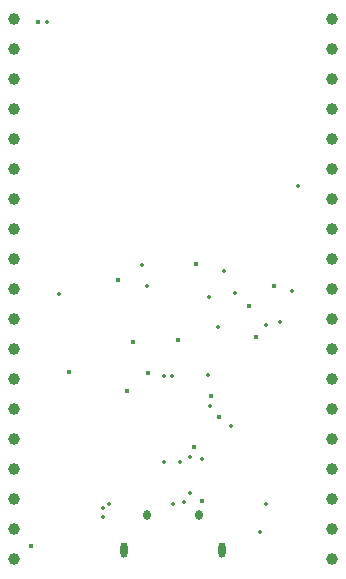
<source format=gbr>
%TF.GenerationSoftware,KiCad,Pcbnew,(5.99.0-11435-g252647e93c)*%
%TF.CreationDate,2021-07-20T11:27:46+10:00*%
%TF.ProjectId,ESP32 Clone devkit,45535033-3220-4436-9c6f-6e6520646576,1*%
%TF.SameCoordinates,Original*%
%TF.FileFunction,Plated,1,4,PTH,Mixed*%
%TF.FilePolarity,Positive*%
%FSLAX46Y46*%
G04 Gerber Fmt 4.6, Leading zero omitted, Abs format (unit mm)*
G04 Created by KiCad (PCBNEW (5.99.0-11435-g252647e93c)) date 2021-07-20 11:27:46*
%MOMM*%
%LPD*%
G01*
G04 APERTURE LIST*
%TA.AperFunction,ViaDrill*%
%ADD10C,0.350000*%
%TD*%
%TA.AperFunction,ViaDrill*%
%ADD11C,0.400000*%
%TD*%
G04 aperture for slot hole*
%TA.AperFunction,ComponentDrill*%
%ADD12O,0.600000X1.300000*%
%TD*%
G04 aperture for slot hole*
%TA.AperFunction,ComponentDrill*%
%ADD13O,0.650000X0.850000*%
%TD*%
%TA.AperFunction,ComponentDrill*%
%ADD14C,1.000000*%
%TD*%
G04 APERTURE END LIST*
D10*
X78994000Y-72644000D03*
X80010000Y-95631000D03*
X83693000Y-113792000D03*
X83693000Y-114554000D03*
X84200655Y-113410655D03*
X87029500Y-93205500D03*
X87410500Y-94983500D03*
X88900000Y-102616000D03*
X88900000Y-109855000D03*
X89535000Y-102616000D03*
X89662000Y-113411000D03*
X90263500Y-109855000D03*
X90551000Y-113284000D03*
X91059000Y-112522000D03*
X91093500Y-109455500D03*
X92129019Y-109601000D03*
X92582989Y-102476500D03*
X92710000Y-95928498D03*
X92744500Y-105143500D03*
X93472000Y-98425000D03*
X93980000Y-93726000D03*
X94522500Y-106794500D03*
X94869000Y-95603500D03*
X97028000Y-115824000D03*
X97536000Y-98298000D03*
X97536000Y-113411000D03*
X98713500Y-98031500D03*
X99695000Y-95377000D03*
X100237500Y-86474500D03*
D11*
X77597000Y-116967000D03*
X78232000Y-72644000D03*
X80806500Y-102222500D03*
X84963000Y-94488000D03*
X85725000Y-103886000D03*
X86267500Y-99682500D03*
X87537500Y-102363520D03*
X90077500Y-99555500D03*
X91440000Y-108585000D03*
X91601500Y-93078500D03*
X92075000Y-113157000D03*
X92837000Y-104267000D03*
X93506500Y-106032500D03*
X96046500Y-96693000D03*
X96647000Y-99314000D03*
X98205500Y-94983500D03*
D12*
%TO.C,J1*%
X85487000Y-117326000D03*
X93837000Y-117326000D03*
D13*
X87437000Y-114326000D03*
X91887000Y-114326000D03*
D14*
%TO.C,J2*%
X76200000Y-72390000D03*
X76200000Y-74930000D03*
X76200000Y-77470000D03*
X76200000Y-80010000D03*
X76200000Y-82550000D03*
X76200000Y-85090000D03*
X76200000Y-87630000D03*
X76200000Y-90170000D03*
X76200000Y-92710000D03*
X76200000Y-95250000D03*
X76200000Y-97790000D03*
X76200000Y-100330000D03*
X76200000Y-102870000D03*
X76200000Y-105410000D03*
X76200000Y-107950000D03*
X76200000Y-110490000D03*
X76200000Y-113030000D03*
X76200000Y-115570000D03*
X76200000Y-118110000D03*
%TO.C,J3*%
X103124000Y-72390000D03*
X103124000Y-74930000D03*
X103124000Y-77470000D03*
X103124000Y-80010000D03*
X103124000Y-82550000D03*
X103124000Y-85090000D03*
X103124000Y-87630000D03*
X103124000Y-90170000D03*
X103124000Y-92710000D03*
X103124000Y-95250000D03*
X103124000Y-97790000D03*
X103124000Y-100330000D03*
X103124000Y-102870000D03*
X103124000Y-105410000D03*
X103124000Y-107950000D03*
X103124000Y-110490000D03*
X103124000Y-113030000D03*
X103124000Y-115570000D03*
X103124000Y-118110000D03*
M02*

</source>
